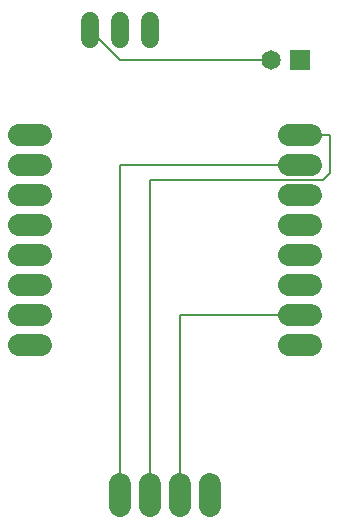
<source format=gbr>
G04 EAGLE Gerber RS-274X export*
G75*
%MOMM*%
%FSLAX34Y34*%
%LPD*%
%INBottom Copper*%
%IPPOS*%
%AMOC8*
5,1,8,0,0,1.08239X$1,22.5*%
G01*
%ADD10C,1.879600*%
%ADD11C,1.524000*%
%ADD12C,1.651000*%
%ADD13R,1.651000X1.651000*%
%ADD14C,0.152400*%


D10*
X212598Y431800D02*
X193802Y431800D01*
X193802Y457200D02*
X212598Y457200D01*
X212598Y482600D02*
X193802Y482600D01*
X193802Y508000D02*
X212598Y508000D01*
X212598Y533400D02*
X193802Y533400D01*
X193802Y558800D02*
X212598Y558800D01*
X212598Y584200D02*
X193802Y584200D01*
X193802Y609600D02*
X212598Y609600D01*
X422402Y609600D02*
X441198Y609600D01*
X441198Y584200D02*
X422402Y584200D01*
X422402Y558800D02*
X441198Y558800D01*
X441198Y533400D02*
X422402Y533400D01*
X422402Y508000D02*
X441198Y508000D01*
X441198Y482600D02*
X422402Y482600D01*
X422402Y457200D02*
X441198Y457200D01*
X441198Y431800D02*
X422402Y431800D01*
X279400Y314198D02*
X279400Y295402D01*
X304800Y295402D02*
X304800Y314198D01*
X330200Y314198D02*
X330200Y295402D01*
X355600Y295402D02*
X355600Y314198D01*
D11*
X254000Y690880D02*
X254000Y706120D01*
X279400Y706120D02*
X279400Y690880D01*
X304800Y690880D02*
X304800Y706120D01*
D12*
X406600Y673100D03*
D13*
X431600Y673100D03*
D14*
X279400Y673100D02*
X254000Y698500D01*
X279400Y673100D02*
X406600Y673100D01*
X330200Y457200D02*
X330200Y304800D01*
X330200Y457200D02*
X431800Y457200D01*
X304800Y571500D02*
X304800Y304800D01*
X304800Y571500D02*
X450850Y571500D01*
X457200Y577850D01*
X457200Y609600D01*
X431800Y609600D01*
X279400Y584200D02*
X279400Y304800D01*
X279400Y584200D02*
X431800Y584200D01*
M02*

</source>
